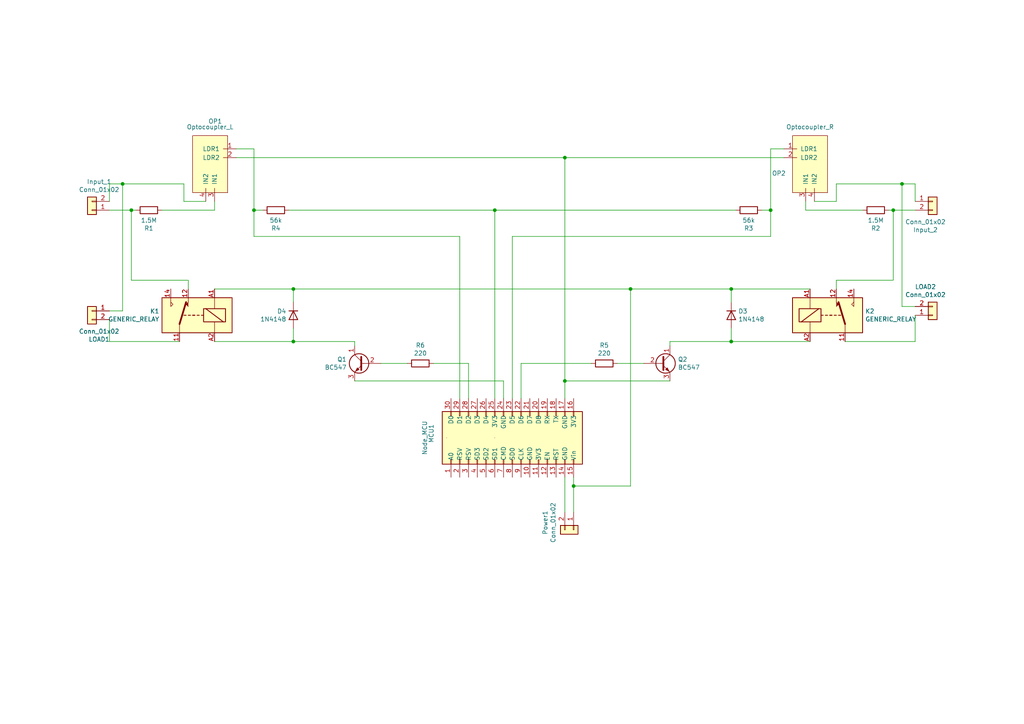
<source format=kicad_sch>
(kicad_sch (version 20230121) (generator eeschema)
  (paper "A4")
  (title_block (title "BombitApp") (date "10/2021") (rev "V1.2"))
  (lib_symbols
    (symbol "Connector_Generic:Conn_01x02" (pin_names (offset 1.016) hide)
      (property "Reference" "J" (at 0 2.54 0))
      (property "Value" "Conn_01x02" (at 0 -5.08 0))
      (symbol "Conn_01x02_1_1"
        (rectangle (start -1.27 -2.413) (end 0 -2.667) (stroke (width 0.1524)))
        (rectangle (start -1.27 0.127) (end 0 -0.127) (stroke (width 0.1524)))
        (rectangle (start -1.27 1.27) (end 1.27 -3.81) (stroke (width 0.254)) (fill (type background)))
        (pin passive line (at -5.08 0 0) (length 3.81) (name "Pin_1") (number "1"))
        (pin passive line (at -5.08 -2.54 0) (length 3.81) (name "Pin_2") (number "2"))
      )
    )
    (symbol "Custom_Symbols:Node_MCU" (pin_names (offset 1.016))
      (property "Reference" "MCU" (at 0 22.86 0))
      (property "Value" "Node_MCU" (at 0 26.67 0))
      (symbol "Node_MCU_0_1"
        (rectangle (start -7.62 21.59) (end 7.62 -19.05) (stroke (width 0.254)) (fill (type background)))
        (rectangle (start 0 20.32) (end 0 20.32))
      )
      (symbol "Node_MCU_1_1"
        (rectangle (start -7.62 -16.383) (end -6.35 -16.637) (stroke (width 0.1524)))
        (rectangle (start -7.62 -13.843) (end -6.35 -14.097) (stroke (width 0.1524)))
        (rectangle (start -7.62 -11.303) (end -6.35 -11.557) (stroke (width 0.1524)))
        (rectangle (start -7.62 -8.763) (end -6.35 -9.017) (stroke (width 0.1524)))
        (rectangle (start -7.62 -6.223) (end -6.35 -6.477) (stroke (width 0.1524)))
        (rectangle (start -7.62 -3.683) (end -6.35 -3.937) (stroke (width 0.1524)))
        (rectangle (start -7.62 -1.143) (end -6.35 -1.397) (stroke (width 0.1524)))
        (rectangle (start -7.62 1.397) (end -6.35 1.143) (stroke (width 0.1524)))
        (rectangle (start -7.62 3.937) (end -6.35 3.683) (stroke (width 0.1524)))
        (rectangle (start -7.62 6.477) (end -6.35 6.223) (stroke (width 0.1524)))
        (rectangle (start -7.62 9.017) (end -6.35 8.763) (stroke (width 0.1524)))
        (rectangle (start -7.62 11.557) (end -6.35 11.303) (stroke (width 0.1524)))
        (rectangle (start -7.62 14.097) (end -6.35 13.843) (stroke (width 0.1524)))
        (rectangle (start -7.62 16.637) (end -6.35 16.383) (stroke (width 0.1524)))
        (rectangle (start -7.62 19.177) (end -6.35 18.923) (stroke (width 0.1524)))
        (rectangle (start 0 6.35) (end 0 6.35))
        (rectangle (start 7.62 -16.637) (end 6.35 -16.383) (stroke (width 0.1524)))
        (rectangle (start 7.62 -14.097) (end 6.35 -13.843) (stroke (width 0.1524)))
        (rectangle (start 7.62 -11.557) (end 6.35 -11.303) (stroke (width 0.1524)))
        (rectangle (start 7.62 -9.017) (end 6.35 -8.763) (stroke (width 0.1524)))
        (rectangle (start 7.62 -6.477) (end 6.35 -6.223) (stroke (width 0.1524)))
        (rectangle (start 7.62 -3.937) (end 6.35 -3.683) (stroke (width 0.1524)))
        (rectangle (start 7.62 -1.397) (end 6.35 -1.143) (stroke (width 0.1524)))
        (rectangle (start 7.62 1.143) (end 6.35 1.397) (stroke (width 0.1524)))
        (rectangle (start 7.62 3.683) (end 6.35 3.937) (stroke (width 0.1524)))
        (rectangle (start 7.62 6.223) (end 6.35 6.477) (stroke (width 0.1524)))
        (rectangle (start 7.62 8.763) (end 6.35 9.017) (stroke (width 0.1524)))
        (rectangle (start 7.62 11.303) (end 6.35 11.557) (stroke (width 0.1524)))
        (rectangle (start 7.62 13.843) (end 6.35 14.097) (stroke (width 0.1524)))
        (rectangle (start 7.62 16.383) (end 6.35 16.637) (stroke (width 0.1524)))
        (rectangle (start 7.62 18.923) (end 6.35 19.177) (stroke (width 0.1524)))
        (pin passive line (at -11.43 19.05 0) (length 3.81) (name "A0") (number "1"))
        (pin passive line (at -11.43 -3.81 0) (length 3.81) (name "GND") (number "10"))
        (pin passive line (at -11.43 -6.35 0) (length 3.81) (name "3V3") (number "11"))
        (pin passive line (at -11.43 -8.89 0) (length 3.81) (name "EN") (number "12"))
        (pin passive line (at -11.43 -11.43 0) (length 3.81) (name "RST") (number "13"))
        (pin passive line (at -11.43 -13.97 0) (length 3.81) (name "GND") (number "14"))
        (pin passive line (at -11.43 -16.51 0) (length 3.81) (name "Vin") (number "15"))
        (pin passive line (at 11.43 -16.51 180) (length 3.81) (name "3V3") (number "16"))
        (pin passive line (at 11.43 -13.97 180) (length 3.81) (name "GND") (number "17"))
        (pin passive line (at 11.43 -11.43 180) (length 3.81) (name "TX") (number "18"))
        (pin passive line (at 11.43 -8.89 180) (length 3.81) (name "RX") (number "19"))
        (pin passive line (at -11.43 16.51 0) (length 3.81) (name "RSV") (number "2"))
        (pin passive line (at 11.43 -6.35 180) (length 3.81) (name "D8") (number "20"))
        (pin passive line (at 11.43 -3.81 180) (length 3.81) (name "D7") (number "21"))
        (pin passive line (at 11.43 -1.27 180) (length 3.81) (name "D6") (number "22"))
        (pin passive line (at 11.43 1.27 180) (length 3.81) (name "D5") (number "23"))
        (pin passive line (at 11.43 3.81 180) (length 3.81) (name "GND") (number "24"))
        (pin passive line (at 11.43 6.35 180) (length 3.81) (name "3V3") (number "25"))
        (pin passive line (at 11.43 8.89 180) (length 3.81) (name "D4") (number "26"))
        (pin passive line (at 11.43 11.43 180) (length 3.81) (name "D3") (number "27"))
        (pin passive line (at 11.43 13.97 180) (length 3.81) (name "D2") (number "28"))
        (pin passive line (at 11.43 16.51 180) (length 3.81) (name "D1") (number "29"))
        (pin passive line (at -11.43 13.97 0) (length 3.81) (name "RSV") (number "3"))
        (pin passive line (at 11.43 19.05 180) (length 3.81) (name "D0") (number "30"))
        (pin passive line (at -11.43 11.43 0) (length 3.81) (name "SD3") (number "4"))
        (pin passive line (at -11.43 8.89 0) (length 3.81) (name "SD2") (number "5"))
        (pin passive line (at -11.43 6.35 0) (length 3.81) (name "SD1") (number "6"))
        (pin passive line (at -11.43 3.81 0) (length 3.81) (name "CMD") (number "7"))
        (pin passive line (at -11.43 1.27 0) (length 3.81) (name "SD0") (number "8"))
        (pin passive line (at -11.43 -1.27 0) (length 3.81) (name "CLK") (number "9"))
      )
    )
    (symbol "Custom_Symbols:Optocoupler_L" (pin_names (offset 1.016))
      (property "Reference" "OP" (at 8.89 -15.24 0))
      (property "Value" "Optocoupler_L" (at 8.89 -12.7 0))
      (symbol "Optocoupler_L_0_1"
        (rectangle (start 3.81 6.35) (end 13.97 -10.16) (fill (type background)))
      )
      (symbol "Optocoupler_L_1_1"
        (pin output line (at 1.27 -6.35 0) (length 3.81) (name "LDR1") (number "1"))
        (pin output line (at 1.27 -3.81 0) (length 3.81) (name "LDR2") (number "2"))
        (pin input line (at 7.62 8.89 270) (length 3.81) (name "IN1") (number "3"))
        (pin input line (at 10.16 8.89 270) (length 3.81) (name "IN2") (number "4"))
      )
    )
    (symbol "Custom_Symbols:Optocoupler_R" (pin_names (offset 1.016))
      (property "Reference" "OP" (at 7.62 -15.24 0))
      (property "Value" "Optocoupler_R" (at 7.62 -12.7 0))
      (symbol "Optocoupler_R_0_1"
        (rectangle (start 2.54 -10.16) (end 12.7 6.35) (fill (type background)))
      )
      (symbol "Optocoupler_R_1_1"
        (pin output line (at 15.24 -6.35 180) (length 3.81) (name "LDR1") (number "1"))
        (pin output line (at 15.24 -3.81 180) (length 3.81) (name "LDR2") (number "2"))
        (pin input line (at 8.89 8.89 270) (length 3.81) (name "IN1") (number "3"))
        (pin input line (at 6.35 8.89 270) (length 3.81) (name "IN2") (number "4"))
      )
    )
    (symbol "Device:R" (pin_numbers hide) (pin_names (offset 0))
      (property "Reference" "R" (at 2.032 0 90))
      (property "Value" "R" (at 0 0 90))
      (symbol "R_0_1"
        (rectangle (start -1.016 -2.54) (end 1.016 2.54) (stroke (width 0.254)))
      )
      (symbol "R_1_1"
        (pin passive line (at 0 3.81 270) (length 1.27) (name "~") (number "1"))
        (pin passive line (at 0 -3.81 90) (length 1.27) (name "~") (number "2"))
      )
    )
    (symbol "Diode:1N4148" (pin_numbers hide) (pin_names hide)
      (property "Reference" "D" (at 0 2.54 0))
      (property "Value" "1N4148" (at 0 -2.54 0))
      (symbol "1N4148_0_1"
        (polyline (pts (xy -1.27 1.27) (xy -1.27 -1.27)) (stroke (width 0.254)))
        (polyline (pts (xy 1.27 0) (xy -1.27 0)))
        (polyline (pts (xy 1.27 1.27) (xy 1.27 -1.27) (xy -1.27 0) (xy 1.27 1.27)) (stroke (width 0.254)))
      )
      (symbol "1N4148_1_1"
        (pin passive line (at -3.81 0 0) (length 2.54) (name "K") (number "1"))
        (pin passive line (at 3.81 0 180) (length 2.54) (name "A") (number "2"))
      )
    )
    (symbol "Relay:FINDER-36.11"
      (property "Reference" "K" (at 11.43 3.81 0))
      (property "Value" "FINDER-36.11" (at 11.43 1.27 0))
      (symbol "FINDER-36.11_0_0"
        (polyline (pts (xy 2.54 3.81) (xy 2.54 5.08)))
        (polyline (pts (xy 7.62 3.81) (xy 7.62 5.08)))
        (polyline (pts (xy 7.62 3.81) (xy 7.62 2.54) (xy 6.985 3.175) (xy 7.62 3.81)))
      )
      (symbol "FINDER-36.11_0_1"
        (rectangle (start -10.16 5.08) (end 10.16 -5.08) (stroke (width 0.254)) (fill (type background)))
        (rectangle (start -8.255 1.905) (end -1.905 -1.905) (stroke (width 0.254)))
        (polyline (pts (xy -7.62 -1.905) (xy -2.54 1.905)) (stroke (width 0.254)))
        (polyline (pts (xy -5.08 -5.08) (xy -5.08 -1.905)))
        (polyline (pts (xy -5.08 5.08) (xy -5.08 1.905)))
        (polyline (pts (xy -1.905 0) (xy -1.27 0)) (stroke (width 0.254)))
        (polyline (pts (xy -0.635 0) (xy 0 0)) (stroke (width 0.254)))
        (polyline (pts (xy 0.635 0) (xy 1.27 0)) (stroke (width 0.254)))
        (polyline (pts (xy 0.635 0) (xy 1.27 0)) (stroke (width 0.254)))
        (polyline (pts (xy 1.905 0) (xy 2.54 0)) (stroke (width 0.254)))
        (polyline (pts (xy 3.175 0) (xy 3.81 0)) (stroke (width 0.254)))
        (polyline (pts (xy 5.08 -2.54) (xy 3.175 3.81)) (stroke (width 0.508)))
        (polyline (pts (xy 5.08 -2.54) (xy 5.08 -5.08)))
        (polyline (pts (xy 2.54 2.54) (xy 3.175 3.175) (xy 2.54 3.81)) (fill (type outline)))
      )
      (symbol "FINDER-36.11_1_1"
        (pin passive line (at 5.08 -7.62 90) (length 2.54) (name "~") (number "11"))
        (pin passive line (at 2.54 7.62 270) (length 2.54) (name "~") (number "12"))
        (pin passive line (at 7.62 7.62 270) (length 2.54) (name "~") (number "14"))
        (pin passive line (at -5.08 7.62 270) (length 2.54) (name "~") (number "A1"))
        (pin passive line (at -5.08 -7.62 90) (length 2.54) (name "~") (number "A2"))
      )
    )
    (symbol "Transistor_BJT:BC547" (pin_names (offset 0) hide)
      (property "Reference" "Q" (at 5.08 1.905 0))
      (property "Value" "BC547" (at 5.08 0 0))
      (symbol "BC547_0_1"
        (polyline (pts (xy 0 0) (xy 0.635 0)))
        (polyline (pts (xy 0.635 0.635) (xy 2.54 2.54)))
        (polyline (pts (xy 0.635 -0.635) (xy 2.54 -2.54) (xy 2.54 -2.54)))
        (polyline (pts (xy 0.635 1.905) (xy 0.635 -1.905) (xy 0.635 -1.905)) (stroke (width 0.508)))
        (polyline (pts (xy 1.27 -1.778) (xy 1.778 -1.27) (xy 2.286 -2.286) (xy 1.27 -1.778) (xy 1.27 -1.778)) (fill (type outline)))
        (circle (center 1.27 0) (radius 2.8194) (stroke (width 0.254)))
      )
      (symbol "BC547_1_1"
        (pin passive line (at 2.54 5.08 270) (length 2.54) (name "C") (number "1"))
        (pin input line (at -5.08 0 0) (length 5.08) (name "B") (number "2"))
        (pin passive line (at 2.54 -5.08 90) (length 2.54) (name "E") (number "3"))
      )
    )
  )
  (junction (at 261.62 53.34))
  (junction (at 212.09 99.06))
  (junction (at 85.09 99.06))
  (junction (at 223.52 60.96))
  (junction (at 212.09 83.82))
  (junction (at 259.08 60.96))
  (junction (at 143.51 60.96))
  (junction (at 35.56 53.34))
  (junction (at 163.83 45.72))
  (junction (at 182.88 83.82))
  (junction (at 85.09 83.82))
  (junction (at 166.37 140.97))
  (junction (at 73.66 60.96))
  (junction (at 38.1 60.96))
  (junction (at 163.83 110.49))
  (wire (pts (xy 31.75 53.34) (xy 31.75 58.42)))
  (wire (pts (xy 194.31 110.49) (xy 163.83 110.49)))
  (wire (pts (xy 38.1 60.96) (xy 38.1 81.28)))
  (wire (pts (xy 245.11 99.06) (xy 265.43 99.06)))
  (wire (pts (xy 31.75 90.17) (xy 35.56 90.17)))
  (wire (pts (xy 234.95 83.82) (xy 212.09 83.82)))
  (wire (pts (xy 236.22 58.42) (xy 242.57 58.42)))
  (wire (pts (xy 62.23 60.96) (xy 62.23 58.42)))
  (wire (pts (xy 118.11 105.41) (xy 110.49 105.41)))
  (wire (pts (xy 163.83 110.49) (xy 163.83 115.57)))
  (wire (pts (xy 148.59 68.58) (xy 148.59 115.57)))
  (wire (pts (xy 31.75 53.34) (xy 35.56 53.34)))
  (wire (pts (xy 148.59 68.58) (xy 223.52 68.58)))
  (wire (pts (xy 182.88 140.97) (xy 166.37 140.97)))
  (wire (pts (xy 261.62 88.9) (xy 265.43 88.9)))
  (wire (pts (xy 171.45 105.41) (xy 151.13 105.41)))
  (wire (pts (xy 212.09 95.25) (xy 212.09 99.06)))
  (wire (pts (xy 46.99 60.96) (xy 62.23 60.96)))
  (wire (pts (xy 38.1 60.96) (xy 39.37 60.96)))
  (wire (pts (xy 182.88 83.82) (xy 212.09 83.82)))
  (wire (pts (xy 212.09 99.06) (xy 234.95 99.06)))
  (wire (pts (xy 166.37 140.97) (xy 166.37 148.59)))
  (wire (pts (xy 52.07 99.06) (xy 31.75 99.06)))
  (wire (pts (xy 182.88 83.82) (xy 182.88 140.97)))
  (wire (pts (xy 73.66 60.96) (xy 73.66 43.18)))
  (wire (pts (xy 102.87 100.33) (xy 102.87 99.06)))
  (wire (pts (xy 35.56 53.34) (xy 53.34 53.34)))
  (wire (pts (xy 143.51 60.96) (xy 83.82 60.96)))
  (wire (pts (xy 242.57 58.42) (xy 242.57 53.34)))
  (wire (pts (xy 31.75 99.06) (xy 31.75 92.71)))
  (wire (pts (xy 73.66 43.18) (xy 68.58 43.18)))
  (wire (pts (xy 194.31 99.06) (xy 194.31 100.33)))
  (wire (pts (xy 223.52 60.96) (xy 220.98 60.96)))
  (wire (pts (xy 179.07 105.41) (xy 186.69 105.41)))
  (wire (pts (xy 242.57 81.28) (xy 259.08 81.28)))
  (wire (pts (xy 259.08 81.28) (xy 259.08 60.96)))
  (wire (pts (xy 261.62 53.34) (xy 265.43 53.34)))
  (wire (pts (xy 242.57 83.82) (xy 242.57 81.28)))
  (wire (pts (xy 163.83 110.49) (xy 163.83 45.72)))
  (wire (pts (xy 133.35 68.58) (xy 73.66 68.58)))
  (wire (pts (xy 151.13 105.41) (xy 151.13 115.57)))
  (wire (pts (xy 35.56 90.17) (xy 35.56 53.34)))
  (wire (pts (xy 38.1 81.28) (xy 54.61 81.28)))
  (wire (pts (xy 223.52 43.18) (xy 227.33 43.18)))
  (wire (pts (xy 212.09 99.06) (xy 194.31 99.06)))
  (wire (pts (xy 213.36 60.96) (xy 143.51 60.96)))
  (wire (pts (xy 233.68 60.96) (xy 250.19 60.96)))
  (wire (pts (xy 223.52 60.96) (xy 223.52 43.18)))
  (wire (pts (xy 85.09 83.82) (xy 182.88 83.82)))
  (wire (pts (xy 261.62 88.9) (xy 261.62 53.34)))
  (wire (pts (xy 102.87 110.49) (xy 146.05 110.49)))
  (wire (pts (xy 125.73 105.41) (xy 135.89 105.41)))
  (wire (pts (xy 242.57 53.34) (xy 261.62 53.34)))
  (wire (pts (xy 135.89 105.41) (xy 135.89 115.57)))
  (wire (pts (xy 265.43 53.34) (xy 265.43 58.42)))
  (wire (pts (xy 163.83 45.72) (xy 227.33 45.72)))
  (wire (pts (xy 265.43 99.06) (xy 265.43 91.44)))
  (wire (pts (xy 31.75 60.96) (xy 38.1 60.96)))
  (wire (pts (xy 233.68 58.42) (xy 233.68 60.96)))
  (wire (pts (xy 212.09 83.82) (xy 212.09 87.63)))
  (wire (pts (xy 223.52 60.96) (xy 223.52 68.58)))
  (wire (pts (xy 73.66 60.96) (xy 73.66 68.58)))
  (wire (pts (xy 166.37 138.43) (xy 166.37 140.97)))
  (wire (pts (xy 102.87 99.06) (xy 85.09 99.06)))
  (wire (pts (xy 257.81 60.96) (xy 259.08 60.96)))
  (wire (pts (xy 54.61 81.28) (xy 54.61 83.82)))
  (wire (pts (xy 85.09 95.25) (xy 85.09 99.06)))
  (wire (pts (xy 73.66 60.96) (xy 76.2 60.96)))
  (wire (pts (xy 68.58 45.72) (xy 163.83 45.72)))
  (wire (pts (xy 62.23 83.82) (xy 85.09 83.82)))
  (wire (pts (xy 85.09 87.63) (xy 85.09 83.82)))
  (wire (pts (xy 133.35 68.58) (xy 133.35 115.57)))
  (wire (pts (xy 163.83 148.59) (xy 163.83 138.43)))
  (wire (pts (xy 146.05 110.49) (xy 146.05 115.57)))
  (wire (pts (xy 259.08 60.96) (xy 265.43 60.96)))
  (wire (pts (xy 53.34 58.42) (xy 59.69 58.42)))
  (wire (pts (xy 143.51 115.57) (xy 143.51 60.96)))
  (wire (pts (xy 85.09 99.06) (xy 62.23 99.06)))
  (wire (pts (xy 53.34 53.34) (xy 53.34 58.42)))
  (symbol (lib_id "Diode:1N4148") (at 212.09 91.44 270) (unit 1)
    (property "Reference" "D3" (at 214.122 90.2716 90) (effects (justify left)))
    (property "Value" "1N4148" (at 214.122 92.583 90) (effects (justify left)))
    (property "Footprint" "Diode_THT:D_DO-35_SOD27_P7.62mm_Horizontal" (effects hide))
    (property "Datasheet" "https://assets.nexperia.com/documents/data-sheet/1N4148_1N4448.pdf" (effects hide))
  )
  (symbol (lib_id "Diode:1N4148") (at 85.09 91.44 90) (mirror x) (unit 1)
    (property "Reference" "D4" (at 83.058 90.2716 90) (effects (justify left)))
    (property "Value" "1N4148" (at 83.058 92.583 90) (effects (justify left)))
    (property "Footprint" "Diode_THT:D_DO-35_SOD27_P7.62mm_Horizontal" (effects hide))
    (property "Datasheet" "https://assets.nexperia.com/documents/data-sheet/1N4148_1N4448.pdf" (effects hide))
  )
  (symbol (lib_id "Device:R") (at 254 60.96 90) (unit 1)
    (property "Reference" "R2" (at 254 66.2178 90))
    (property "Value" "1.5M" (at 254 63.9064 90))
    (property "Footprint" "Resistor_THT:R_Axial_DIN0207_L6.3mm_D2.5mm_P10.16mm_Horizontal" (effects hide))
  )
  (symbol (lib_id "Connector_Generic:Conn_01x02") (at 166.37 153.67 270) (unit 1)
    (property "Reference" "Power1" (at 158.115 151.5872 0))
    (property "Value" "Conn_01x02" (at 160.4264 151.5872 0))
    (property "Footprint" "Connector_PinHeader_2.54mm:PinHeader_1x02_P2.54mm_Vertical" (effects hide))
  )
  (symbol (lib_id "Device:R") (at 43.18 60.96 270) (mirror x) (unit 1)
    (property "Reference" "R1" (at 43.18 66.2178 90))
    (property "Value" "1.5M" (at 43.18 63.9064 90))
    (property "Footprint" "Resistor_THT:R_Axial_DIN0207_L6.3mm_D2.5mm_P10.16mm_Horizontal" (effects hide))
  )
  (symbol (lib_id "Connector_Generic:Conn_01x02") (at 26.67 60.96 180) (unit 1)
    (property "Reference" "Input_1" (at 28.7528 52.705 0))
    (property "Value" "Conn_01x02" (at 28.7528 55.0164 0))
    (property "Footprint" "TerminalBlock:TerminalBlock_bornier-2_P5.08mm" (effects hide))
  )
  (symbol (lib_id "Device:R") (at 217.17 60.96 90) (unit 1)
    (property "Reference" "R3" (at 217.17 66.2178 90))
    (property "Value" "56k" (at 217.17 63.9064 90))
    (property "Footprint" "Resistor_THT:R_Axial_DIN0207_L6.3mm_D2.5mm_P10.16mm_Horizontal" (effects hide))
  )
  (symbol (lib_id "Device:R") (at 80.01 60.96 270) (mirror x) (unit 1)
    (property "Reference" "R4" (at 80.01 66.2178 90))
    (property "Value" "56k" (at 80.01 63.9064 90))
    (property "Footprint" "Resistor_THT:R_Axial_DIN0207_L6.3mm_D2.5mm_P10.16mm_Horizontal" (effects hide))
  )
  (symbol (lib_id "Device:R") (at 175.26 105.41 270) (unit 1)
    (property "Reference" "R5" (at 175.26 100.1522 90))
    (property "Value" "220" (at 175.26 102.4636 90))
    (property "Footprint" "Resistor_THT:R_Axial_DIN0207_L6.3mm_D2.5mm_P10.16mm_Horizontal" (effects hide))
  )
  (symbol (lib_id "Device:R") (at 121.92 105.41 90) (mirror x) (unit 1)
    (property "Reference" "R6" (at 121.92 100.1522 90))
    (property "Value" "220" (at 121.92 102.4636 90))
    (property "Footprint" "Resistor_THT:R_Axial_DIN0207_L6.3mm_D2.5mm_P10.16mm_Horizontal" (effects hide))
  )
  (symbol (lib_id "Connector_Generic:Conn_01x02") (at 270.51 58.42 0) (unit 1)
    (property "Reference" "Input_2" (at 268.4272 66.675 0))
    (property "Value" "Conn_01x02" (at 268.4272 64.3636 0))
    (property "Footprint" "TerminalBlock:TerminalBlock_bornier-2_P5.08mm" (effects hide))
  )
  (symbol (lib_id "Transistor_BJT:BC547") (at 105.41 105.41 0) (mirror y) (unit 1)
    (property "Reference" "Q1" (at 100.5586 104.2416 0) (effects (justify left)))
    (property "Value" "BC547" (at 100.5586 106.553 0) (effects (justify left)))
    (property "Footprint" "Package_TO_SOT_THT:TO-92_Inline" (effects hide))
    (property "Datasheet" "https://www.onsemi.com/pub/Collateral/BC550-D.pdf" (effects hide))
  )
  (symbol (lib_id "Transistor_BJT:BC547") (at 191.77 105.41 0) (unit 1)
    (property "Reference" "Q2" (at 196.6214 104.2416 0) (effects (justify left)))
    (property "Value" "BC547" (at 196.6214 106.553 0) (effects (justify left)))
    (property "Footprint" "Package_TO_SOT_THT:TO-92_Inline" (effects hide))
    (property "Datasheet" "https://www.onsemi.com/pub/Collateral/BC550-D.pdf" (effects hide))
  )
  (symbol (lib_id "Connector_Generic:Conn_01x02") (at 270.51 91.44 0) (mirror x) (unit 1)
    (property "Reference" "LOAD2" (at 268.4272 83.185 0))
    (property "Value" "Conn_01x02" (at 268.4272 85.4964 0))
    (property "Footprint" "TerminalBlock:TerminalBlock_bornier-2_P5.08mm" (effects hide))
  )
  (symbol (lib_id "Relay:FINDER-36.11") (at 240.03 91.44 0) (unit 1)
    (property "Reference" "K2" (at 250.952 90.2716 0) (effects (justify left)))
    (property "Value" "GENERIC_RELAY" (at 250.952 92.583 0) (effects (justify left)))
    (property "Footprint" "Relay_THT:Relay_SPDT_Finder_36.11" (effects hide))
    (property "Datasheet" "https://gfinder.findernet.com/public/attachments/36/EN/S36EN.pdf" (effects hide))
  )
  (symbol (lib_id "Relay:FINDER-36.11") (at 57.15 91.44 0) (mirror y) (unit 1)
    (property "Reference" "K1" (at 46.228 90.2716 0) (effects (justify left)))
    (property "Value" "GENERIC_RELAY" (at 46.228 92.583 0) (effects (justify left)))
    (property "Footprint" "Relay_THT:Relay_SPDT_Finder_36.11" (effects hide))
    (property "Datasheet" "https://gfinder.findernet.com/public/attachments/36/EN/S36EN.pdf" (effects hide))
  )
  (symbol (lib_id "Connector_Generic:Conn_01x02") (at 26.67 90.17 0) (mirror y) (unit 1)
    (property "Reference" "LOAD1" (at 28.7528 98.425 0))
    (property "Value" "Conn_01x02" (at 28.7528 96.1136 0))
    (property "Footprint" "TerminalBlock:TerminalBlock_bornier-2_P5.08mm" (effects hide))
  )
  (symbol (lib_id "Custom_Symbols:Node_MCU") (at 149.86 127 90) (unit 1)
    (property "Reference" "MCU1" (at 125.095 125.73 0))
    (property "Value" "Node_MCU" (at 123.19 127 0))
    (property "Footprint" "Custom_Footprints:Node_MCU" (effects hide))
  )
  (symbol (lib_id "Custom_Symbols:Optocoupler_L") (at 69.85 49.53 180) (unit 1)
    (property "Reference" "OP1" (at 62.4332 35.179 0))
    (property "Value" "Optocoupler_L" (at 60.96 36.83 0))
    (property "Footprint" "Custom_Footprints:Optocoupler_L" (effects hide))
  )
  (symbol (lib_id "Custom_Symbols:Optocoupler_R") (at 242.57 49.53 180) (unit 1)
    (property "Reference" "OP2" (at 227.9142 50.2666 0) (effects (justify left)))
    (property "Value" "Optocoupler_R" (at 234.95 36.83 0))
    (property "Footprint" "Custom_Footprints:Optocoupler_R" (effects hide))
  )
)
</source>
